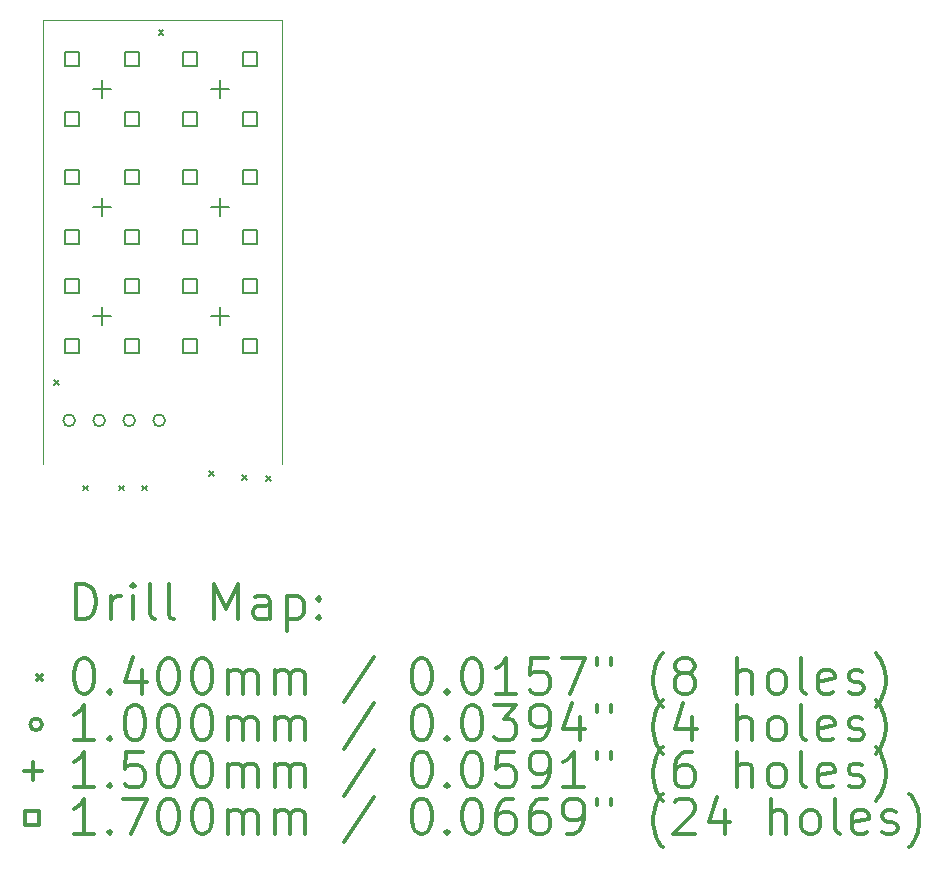
<source format=gbr>
%FSLAX45Y45*%
G04 Gerber Fmt 4.5, Leading zero omitted, Abs format (unit mm)*
G04 Created by KiCad (PCBNEW 5.1.10) date 2021-09-17 19:19:27*
%MOMM*%
%LPD*%
G01*
G04 APERTURE LIST*
%TA.AperFunction,Profile*%
%ADD10C,0.050000*%
%TD*%
%ADD11C,0.200000*%
%ADD12C,0.300000*%
G04 APERTURE END LIST*
D10*
X16078000Y-7045000D02*
X16078000Y-7061000D01*
X14089000Y-7045000D02*
X16078000Y-7045000D01*
X14048000Y-7045000D02*
X14089000Y-7045000D01*
X14048000Y-7061000D02*
X14048000Y-7045000D01*
X16078000Y-7062000D02*
X16078000Y-7061000D01*
X16078000Y-10804000D02*
X16078000Y-7062000D01*
X14048000Y-10783000D02*
X14048000Y-7061000D01*
X14048000Y-10804000D02*
X14048000Y-10783000D01*
D11*
X14145000Y-10090000D02*
X14185000Y-10130000D01*
X14185000Y-10090000D02*
X14145000Y-10130000D01*
X14393000Y-10983000D02*
X14433000Y-11023000D01*
X14433000Y-10983000D02*
X14393000Y-11023000D01*
X14694000Y-10984000D02*
X14734000Y-11024000D01*
X14734000Y-10984000D02*
X14694000Y-11024000D01*
X14893000Y-10983000D02*
X14933000Y-11023000D01*
X14933000Y-10983000D02*
X14893000Y-11023000D01*
X15031000Y-7129000D02*
X15071000Y-7169000D01*
X15071000Y-7129000D02*
X15031000Y-7169000D01*
X15458000Y-10859000D02*
X15498000Y-10899000D01*
X15498000Y-10859000D02*
X15458000Y-10899000D01*
X15735000Y-10895000D02*
X15775000Y-10935000D01*
X15775000Y-10895000D02*
X15735000Y-10935000D01*
X15942000Y-10901000D02*
X15982000Y-10941000D01*
X15982000Y-10901000D02*
X15942000Y-10941000D01*
X14323000Y-10430000D02*
G75*
G03*
X14323000Y-10430000I-50000J0D01*
G01*
X14577000Y-10430000D02*
G75*
G03*
X14577000Y-10430000I-50000J0D01*
G01*
X14831000Y-10430000D02*
G75*
G03*
X14831000Y-10430000I-50000J0D01*
G01*
X15085000Y-10430000D02*
G75*
G03*
X15085000Y-10430000I-50000J0D01*
G01*
X14551000Y-7550000D02*
X14551000Y-7700000D01*
X14476000Y-7625000D02*
X14626000Y-7625000D01*
X14551000Y-8550000D02*
X14551000Y-8700000D01*
X14476000Y-8625000D02*
X14626000Y-8625000D01*
X14551000Y-9471000D02*
X14551000Y-9621000D01*
X14476000Y-9546000D02*
X14626000Y-9546000D01*
X15551000Y-7550000D02*
X15551000Y-7700000D01*
X15476000Y-7625000D02*
X15626000Y-7625000D01*
X15551000Y-8550000D02*
X15551000Y-8700000D01*
X15476000Y-8625000D02*
X15626000Y-8625000D01*
X15551000Y-9471000D02*
X15551000Y-9621000D01*
X15476000Y-9546000D02*
X15626000Y-9546000D01*
X14357105Y-7431105D02*
X14357105Y-7310895D01*
X14236895Y-7310895D01*
X14236895Y-7431105D01*
X14357105Y-7431105D01*
X14357105Y-7939105D02*
X14357105Y-7818895D01*
X14236895Y-7818895D01*
X14236895Y-7939105D01*
X14357105Y-7939105D01*
X14357105Y-8431105D02*
X14357105Y-8310895D01*
X14236895Y-8310895D01*
X14236895Y-8431105D01*
X14357105Y-8431105D01*
X14357105Y-8939105D02*
X14357105Y-8818895D01*
X14236895Y-8818895D01*
X14236895Y-8939105D01*
X14357105Y-8939105D01*
X14357105Y-9352105D02*
X14357105Y-9231895D01*
X14236895Y-9231895D01*
X14236895Y-9352105D01*
X14357105Y-9352105D01*
X14357105Y-9860105D02*
X14357105Y-9739895D01*
X14236895Y-9739895D01*
X14236895Y-9860105D01*
X14357105Y-9860105D01*
X14865105Y-7431105D02*
X14865105Y-7310895D01*
X14744895Y-7310895D01*
X14744895Y-7431105D01*
X14865105Y-7431105D01*
X14865105Y-7939105D02*
X14865105Y-7818895D01*
X14744895Y-7818895D01*
X14744895Y-7939105D01*
X14865105Y-7939105D01*
X14865105Y-8431105D02*
X14865105Y-8310895D01*
X14744895Y-8310895D01*
X14744895Y-8431105D01*
X14865105Y-8431105D01*
X14865105Y-8939105D02*
X14865105Y-8818895D01*
X14744895Y-8818895D01*
X14744895Y-8939105D01*
X14865105Y-8939105D01*
X14865105Y-9352105D02*
X14865105Y-9231895D01*
X14744895Y-9231895D01*
X14744895Y-9352105D01*
X14865105Y-9352105D01*
X14865105Y-9860105D02*
X14865105Y-9739895D01*
X14744895Y-9739895D01*
X14744895Y-9860105D01*
X14865105Y-9860105D01*
X15357105Y-7431105D02*
X15357105Y-7310895D01*
X15236895Y-7310895D01*
X15236895Y-7431105D01*
X15357105Y-7431105D01*
X15357105Y-7939105D02*
X15357105Y-7818895D01*
X15236895Y-7818895D01*
X15236895Y-7939105D01*
X15357105Y-7939105D01*
X15357105Y-8431105D02*
X15357105Y-8310895D01*
X15236895Y-8310895D01*
X15236895Y-8431105D01*
X15357105Y-8431105D01*
X15357105Y-8939105D02*
X15357105Y-8818895D01*
X15236895Y-8818895D01*
X15236895Y-8939105D01*
X15357105Y-8939105D01*
X15357105Y-9352105D02*
X15357105Y-9231895D01*
X15236895Y-9231895D01*
X15236895Y-9352105D01*
X15357105Y-9352105D01*
X15357105Y-9860105D02*
X15357105Y-9739895D01*
X15236895Y-9739895D01*
X15236895Y-9860105D01*
X15357105Y-9860105D01*
X15865105Y-7431105D02*
X15865105Y-7310895D01*
X15744895Y-7310895D01*
X15744895Y-7431105D01*
X15865105Y-7431105D01*
X15865105Y-7939105D02*
X15865105Y-7818895D01*
X15744895Y-7818895D01*
X15744895Y-7939105D01*
X15865105Y-7939105D01*
X15865105Y-8431105D02*
X15865105Y-8310895D01*
X15744895Y-8310895D01*
X15744895Y-8431105D01*
X15865105Y-8431105D01*
X15865105Y-8939105D02*
X15865105Y-8818895D01*
X15744895Y-8818895D01*
X15744895Y-8939105D01*
X15865105Y-8939105D01*
X15865105Y-9352105D02*
X15865105Y-9231895D01*
X15744895Y-9231895D01*
X15744895Y-9352105D01*
X15865105Y-9352105D01*
X15865105Y-9860105D02*
X15865105Y-9739895D01*
X15744895Y-9739895D01*
X15744895Y-9860105D01*
X15865105Y-9860105D01*
D12*
X14329428Y-12114714D02*
X14329428Y-11814714D01*
X14400857Y-11814714D01*
X14443714Y-11829000D01*
X14472286Y-11857571D01*
X14486571Y-11886143D01*
X14500857Y-11943286D01*
X14500857Y-11986143D01*
X14486571Y-12043286D01*
X14472286Y-12071857D01*
X14443714Y-12100429D01*
X14400857Y-12114714D01*
X14329428Y-12114714D01*
X14629428Y-12114714D02*
X14629428Y-11914714D01*
X14629428Y-11971857D02*
X14643714Y-11943286D01*
X14658000Y-11929000D01*
X14686571Y-11914714D01*
X14715143Y-11914714D01*
X14815143Y-12114714D02*
X14815143Y-11914714D01*
X14815143Y-11814714D02*
X14800857Y-11829000D01*
X14815143Y-11843286D01*
X14829428Y-11829000D01*
X14815143Y-11814714D01*
X14815143Y-11843286D01*
X15000857Y-12114714D02*
X14972286Y-12100429D01*
X14958000Y-12071857D01*
X14958000Y-11814714D01*
X15158000Y-12114714D02*
X15129428Y-12100429D01*
X15115143Y-12071857D01*
X15115143Y-11814714D01*
X15500857Y-12114714D02*
X15500857Y-11814714D01*
X15600857Y-12029000D01*
X15700857Y-11814714D01*
X15700857Y-12114714D01*
X15972286Y-12114714D02*
X15972286Y-11957571D01*
X15958000Y-11929000D01*
X15929428Y-11914714D01*
X15872286Y-11914714D01*
X15843714Y-11929000D01*
X15972286Y-12100429D02*
X15943714Y-12114714D01*
X15872286Y-12114714D01*
X15843714Y-12100429D01*
X15829428Y-12071857D01*
X15829428Y-12043286D01*
X15843714Y-12014714D01*
X15872286Y-12000429D01*
X15943714Y-12000429D01*
X15972286Y-11986143D01*
X16115143Y-11914714D02*
X16115143Y-12214714D01*
X16115143Y-11929000D02*
X16143714Y-11914714D01*
X16200857Y-11914714D01*
X16229428Y-11929000D01*
X16243714Y-11943286D01*
X16258000Y-11971857D01*
X16258000Y-12057571D01*
X16243714Y-12086143D01*
X16229428Y-12100429D01*
X16200857Y-12114714D01*
X16143714Y-12114714D01*
X16115143Y-12100429D01*
X16386571Y-12086143D02*
X16400857Y-12100429D01*
X16386571Y-12114714D01*
X16372286Y-12100429D01*
X16386571Y-12086143D01*
X16386571Y-12114714D01*
X16386571Y-11929000D02*
X16400857Y-11943286D01*
X16386571Y-11957571D01*
X16372286Y-11943286D01*
X16386571Y-11929000D01*
X16386571Y-11957571D01*
X14003000Y-12589000D02*
X14043000Y-12629000D01*
X14043000Y-12589000D02*
X14003000Y-12629000D01*
X14386571Y-12444714D02*
X14415143Y-12444714D01*
X14443714Y-12459000D01*
X14458000Y-12473286D01*
X14472286Y-12501857D01*
X14486571Y-12559000D01*
X14486571Y-12630429D01*
X14472286Y-12687571D01*
X14458000Y-12716143D01*
X14443714Y-12730429D01*
X14415143Y-12744714D01*
X14386571Y-12744714D01*
X14358000Y-12730429D01*
X14343714Y-12716143D01*
X14329428Y-12687571D01*
X14315143Y-12630429D01*
X14315143Y-12559000D01*
X14329428Y-12501857D01*
X14343714Y-12473286D01*
X14358000Y-12459000D01*
X14386571Y-12444714D01*
X14615143Y-12716143D02*
X14629428Y-12730429D01*
X14615143Y-12744714D01*
X14600857Y-12730429D01*
X14615143Y-12716143D01*
X14615143Y-12744714D01*
X14886571Y-12544714D02*
X14886571Y-12744714D01*
X14815143Y-12430429D02*
X14743714Y-12644714D01*
X14929428Y-12644714D01*
X15100857Y-12444714D02*
X15129428Y-12444714D01*
X15158000Y-12459000D01*
X15172286Y-12473286D01*
X15186571Y-12501857D01*
X15200857Y-12559000D01*
X15200857Y-12630429D01*
X15186571Y-12687571D01*
X15172286Y-12716143D01*
X15158000Y-12730429D01*
X15129428Y-12744714D01*
X15100857Y-12744714D01*
X15072286Y-12730429D01*
X15058000Y-12716143D01*
X15043714Y-12687571D01*
X15029428Y-12630429D01*
X15029428Y-12559000D01*
X15043714Y-12501857D01*
X15058000Y-12473286D01*
X15072286Y-12459000D01*
X15100857Y-12444714D01*
X15386571Y-12444714D02*
X15415143Y-12444714D01*
X15443714Y-12459000D01*
X15458000Y-12473286D01*
X15472286Y-12501857D01*
X15486571Y-12559000D01*
X15486571Y-12630429D01*
X15472286Y-12687571D01*
X15458000Y-12716143D01*
X15443714Y-12730429D01*
X15415143Y-12744714D01*
X15386571Y-12744714D01*
X15358000Y-12730429D01*
X15343714Y-12716143D01*
X15329428Y-12687571D01*
X15315143Y-12630429D01*
X15315143Y-12559000D01*
X15329428Y-12501857D01*
X15343714Y-12473286D01*
X15358000Y-12459000D01*
X15386571Y-12444714D01*
X15615143Y-12744714D02*
X15615143Y-12544714D01*
X15615143Y-12573286D02*
X15629428Y-12559000D01*
X15658000Y-12544714D01*
X15700857Y-12544714D01*
X15729428Y-12559000D01*
X15743714Y-12587571D01*
X15743714Y-12744714D01*
X15743714Y-12587571D02*
X15758000Y-12559000D01*
X15786571Y-12544714D01*
X15829428Y-12544714D01*
X15858000Y-12559000D01*
X15872286Y-12587571D01*
X15872286Y-12744714D01*
X16015143Y-12744714D02*
X16015143Y-12544714D01*
X16015143Y-12573286D02*
X16029428Y-12559000D01*
X16058000Y-12544714D01*
X16100857Y-12544714D01*
X16129428Y-12559000D01*
X16143714Y-12587571D01*
X16143714Y-12744714D01*
X16143714Y-12587571D02*
X16158000Y-12559000D01*
X16186571Y-12544714D01*
X16229428Y-12544714D01*
X16258000Y-12559000D01*
X16272286Y-12587571D01*
X16272286Y-12744714D01*
X16858000Y-12430429D02*
X16600857Y-12816143D01*
X17243714Y-12444714D02*
X17272286Y-12444714D01*
X17300857Y-12459000D01*
X17315143Y-12473286D01*
X17329428Y-12501857D01*
X17343714Y-12559000D01*
X17343714Y-12630429D01*
X17329428Y-12687571D01*
X17315143Y-12716143D01*
X17300857Y-12730429D01*
X17272286Y-12744714D01*
X17243714Y-12744714D01*
X17215143Y-12730429D01*
X17200857Y-12716143D01*
X17186571Y-12687571D01*
X17172286Y-12630429D01*
X17172286Y-12559000D01*
X17186571Y-12501857D01*
X17200857Y-12473286D01*
X17215143Y-12459000D01*
X17243714Y-12444714D01*
X17472286Y-12716143D02*
X17486571Y-12730429D01*
X17472286Y-12744714D01*
X17458000Y-12730429D01*
X17472286Y-12716143D01*
X17472286Y-12744714D01*
X17672286Y-12444714D02*
X17700857Y-12444714D01*
X17729428Y-12459000D01*
X17743714Y-12473286D01*
X17758000Y-12501857D01*
X17772286Y-12559000D01*
X17772286Y-12630429D01*
X17758000Y-12687571D01*
X17743714Y-12716143D01*
X17729428Y-12730429D01*
X17700857Y-12744714D01*
X17672286Y-12744714D01*
X17643714Y-12730429D01*
X17629428Y-12716143D01*
X17615143Y-12687571D01*
X17600857Y-12630429D01*
X17600857Y-12559000D01*
X17615143Y-12501857D01*
X17629428Y-12473286D01*
X17643714Y-12459000D01*
X17672286Y-12444714D01*
X18058000Y-12744714D02*
X17886571Y-12744714D01*
X17972286Y-12744714D02*
X17972286Y-12444714D01*
X17943714Y-12487571D01*
X17915143Y-12516143D01*
X17886571Y-12530429D01*
X18329428Y-12444714D02*
X18186571Y-12444714D01*
X18172286Y-12587571D01*
X18186571Y-12573286D01*
X18215143Y-12559000D01*
X18286571Y-12559000D01*
X18315143Y-12573286D01*
X18329428Y-12587571D01*
X18343714Y-12616143D01*
X18343714Y-12687571D01*
X18329428Y-12716143D01*
X18315143Y-12730429D01*
X18286571Y-12744714D01*
X18215143Y-12744714D01*
X18186571Y-12730429D01*
X18172286Y-12716143D01*
X18443714Y-12444714D02*
X18643714Y-12444714D01*
X18515143Y-12744714D01*
X18743714Y-12444714D02*
X18743714Y-12501857D01*
X18858000Y-12444714D02*
X18858000Y-12501857D01*
X19300857Y-12859000D02*
X19286571Y-12844714D01*
X19258000Y-12801857D01*
X19243714Y-12773286D01*
X19229428Y-12730429D01*
X19215143Y-12659000D01*
X19215143Y-12601857D01*
X19229428Y-12530429D01*
X19243714Y-12487571D01*
X19258000Y-12459000D01*
X19286571Y-12416143D01*
X19300857Y-12401857D01*
X19458000Y-12573286D02*
X19429428Y-12559000D01*
X19415143Y-12544714D01*
X19400857Y-12516143D01*
X19400857Y-12501857D01*
X19415143Y-12473286D01*
X19429428Y-12459000D01*
X19458000Y-12444714D01*
X19515143Y-12444714D01*
X19543714Y-12459000D01*
X19558000Y-12473286D01*
X19572286Y-12501857D01*
X19572286Y-12516143D01*
X19558000Y-12544714D01*
X19543714Y-12559000D01*
X19515143Y-12573286D01*
X19458000Y-12573286D01*
X19429428Y-12587571D01*
X19415143Y-12601857D01*
X19400857Y-12630429D01*
X19400857Y-12687571D01*
X19415143Y-12716143D01*
X19429428Y-12730429D01*
X19458000Y-12744714D01*
X19515143Y-12744714D01*
X19543714Y-12730429D01*
X19558000Y-12716143D01*
X19572286Y-12687571D01*
X19572286Y-12630429D01*
X19558000Y-12601857D01*
X19543714Y-12587571D01*
X19515143Y-12573286D01*
X19929428Y-12744714D02*
X19929428Y-12444714D01*
X20058000Y-12744714D02*
X20058000Y-12587571D01*
X20043714Y-12559000D01*
X20015143Y-12544714D01*
X19972286Y-12544714D01*
X19943714Y-12559000D01*
X19929428Y-12573286D01*
X20243714Y-12744714D02*
X20215143Y-12730429D01*
X20200857Y-12716143D01*
X20186571Y-12687571D01*
X20186571Y-12601857D01*
X20200857Y-12573286D01*
X20215143Y-12559000D01*
X20243714Y-12544714D01*
X20286571Y-12544714D01*
X20315143Y-12559000D01*
X20329428Y-12573286D01*
X20343714Y-12601857D01*
X20343714Y-12687571D01*
X20329428Y-12716143D01*
X20315143Y-12730429D01*
X20286571Y-12744714D01*
X20243714Y-12744714D01*
X20515143Y-12744714D02*
X20486571Y-12730429D01*
X20472286Y-12701857D01*
X20472286Y-12444714D01*
X20743714Y-12730429D02*
X20715143Y-12744714D01*
X20658000Y-12744714D01*
X20629428Y-12730429D01*
X20615143Y-12701857D01*
X20615143Y-12587571D01*
X20629428Y-12559000D01*
X20658000Y-12544714D01*
X20715143Y-12544714D01*
X20743714Y-12559000D01*
X20758000Y-12587571D01*
X20758000Y-12616143D01*
X20615143Y-12644714D01*
X20872286Y-12730429D02*
X20900857Y-12744714D01*
X20958000Y-12744714D01*
X20986571Y-12730429D01*
X21000857Y-12701857D01*
X21000857Y-12687571D01*
X20986571Y-12659000D01*
X20958000Y-12644714D01*
X20915143Y-12644714D01*
X20886571Y-12630429D01*
X20872286Y-12601857D01*
X20872286Y-12587571D01*
X20886571Y-12559000D01*
X20915143Y-12544714D01*
X20958000Y-12544714D01*
X20986571Y-12559000D01*
X21100857Y-12859000D02*
X21115143Y-12844714D01*
X21143714Y-12801857D01*
X21158000Y-12773286D01*
X21172286Y-12730429D01*
X21186571Y-12659000D01*
X21186571Y-12601857D01*
X21172286Y-12530429D01*
X21158000Y-12487571D01*
X21143714Y-12459000D01*
X21115143Y-12416143D01*
X21100857Y-12401857D01*
X14043000Y-13005000D02*
G75*
G03*
X14043000Y-13005000I-50000J0D01*
G01*
X14486571Y-13140714D02*
X14315143Y-13140714D01*
X14400857Y-13140714D02*
X14400857Y-12840714D01*
X14372286Y-12883571D01*
X14343714Y-12912143D01*
X14315143Y-12926429D01*
X14615143Y-13112143D02*
X14629428Y-13126429D01*
X14615143Y-13140714D01*
X14600857Y-13126429D01*
X14615143Y-13112143D01*
X14615143Y-13140714D01*
X14815143Y-12840714D02*
X14843714Y-12840714D01*
X14872286Y-12855000D01*
X14886571Y-12869286D01*
X14900857Y-12897857D01*
X14915143Y-12955000D01*
X14915143Y-13026429D01*
X14900857Y-13083571D01*
X14886571Y-13112143D01*
X14872286Y-13126429D01*
X14843714Y-13140714D01*
X14815143Y-13140714D01*
X14786571Y-13126429D01*
X14772286Y-13112143D01*
X14758000Y-13083571D01*
X14743714Y-13026429D01*
X14743714Y-12955000D01*
X14758000Y-12897857D01*
X14772286Y-12869286D01*
X14786571Y-12855000D01*
X14815143Y-12840714D01*
X15100857Y-12840714D02*
X15129428Y-12840714D01*
X15158000Y-12855000D01*
X15172286Y-12869286D01*
X15186571Y-12897857D01*
X15200857Y-12955000D01*
X15200857Y-13026429D01*
X15186571Y-13083571D01*
X15172286Y-13112143D01*
X15158000Y-13126429D01*
X15129428Y-13140714D01*
X15100857Y-13140714D01*
X15072286Y-13126429D01*
X15058000Y-13112143D01*
X15043714Y-13083571D01*
X15029428Y-13026429D01*
X15029428Y-12955000D01*
X15043714Y-12897857D01*
X15058000Y-12869286D01*
X15072286Y-12855000D01*
X15100857Y-12840714D01*
X15386571Y-12840714D02*
X15415143Y-12840714D01*
X15443714Y-12855000D01*
X15458000Y-12869286D01*
X15472286Y-12897857D01*
X15486571Y-12955000D01*
X15486571Y-13026429D01*
X15472286Y-13083571D01*
X15458000Y-13112143D01*
X15443714Y-13126429D01*
X15415143Y-13140714D01*
X15386571Y-13140714D01*
X15358000Y-13126429D01*
X15343714Y-13112143D01*
X15329428Y-13083571D01*
X15315143Y-13026429D01*
X15315143Y-12955000D01*
X15329428Y-12897857D01*
X15343714Y-12869286D01*
X15358000Y-12855000D01*
X15386571Y-12840714D01*
X15615143Y-13140714D02*
X15615143Y-12940714D01*
X15615143Y-12969286D02*
X15629428Y-12955000D01*
X15658000Y-12940714D01*
X15700857Y-12940714D01*
X15729428Y-12955000D01*
X15743714Y-12983571D01*
X15743714Y-13140714D01*
X15743714Y-12983571D02*
X15758000Y-12955000D01*
X15786571Y-12940714D01*
X15829428Y-12940714D01*
X15858000Y-12955000D01*
X15872286Y-12983571D01*
X15872286Y-13140714D01*
X16015143Y-13140714D02*
X16015143Y-12940714D01*
X16015143Y-12969286D02*
X16029428Y-12955000D01*
X16058000Y-12940714D01*
X16100857Y-12940714D01*
X16129428Y-12955000D01*
X16143714Y-12983571D01*
X16143714Y-13140714D01*
X16143714Y-12983571D02*
X16158000Y-12955000D01*
X16186571Y-12940714D01*
X16229428Y-12940714D01*
X16258000Y-12955000D01*
X16272286Y-12983571D01*
X16272286Y-13140714D01*
X16858000Y-12826429D02*
X16600857Y-13212143D01*
X17243714Y-12840714D02*
X17272286Y-12840714D01*
X17300857Y-12855000D01*
X17315143Y-12869286D01*
X17329428Y-12897857D01*
X17343714Y-12955000D01*
X17343714Y-13026429D01*
X17329428Y-13083571D01*
X17315143Y-13112143D01*
X17300857Y-13126429D01*
X17272286Y-13140714D01*
X17243714Y-13140714D01*
X17215143Y-13126429D01*
X17200857Y-13112143D01*
X17186571Y-13083571D01*
X17172286Y-13026429D01*
X17172286Y-12955000D01*
X17186571Y-12897857D01*
X17200857Y-12869286D01*
X17215143Y-12855000D01*
X17243714Y-12840714D01*
X17472286Y-13112143D02*
X17486571Y-13126429D01*
X17472286Y-13140714D01*
X17458000Y-13126429D01*
X17472286Y-13112143D01*
X17472286Y-13140714D01*
X17672286Y-12840714D02*
X17700857Y-12840714D01*
X17729428Y-12855000D01*
X17743714Y-12869286D01*
X17758000Y-12897857D01*
X17772286Y-12955000D01*
X17772286Y-13026429D01*
X17758000Y-13083571D01*
X17743714Y-13112143D01*
X17729428Y-13126429D01*
X17700857Y-13140714D01*
X17672286Y-13140714D01*
X17643714Y-13126429D01*
X17629428Y-13112143D01*
X17615143Y-13083571D01*
X17600857Y-13026429D01*
X17600857Y-12955000D01*
X17615143Y-12897857D01*
X17629428Y-12869286D01*
X17643714Y-12855000D01*
X17672286Y-12840714D01*
X17872286Y-12840714D02*
X18058000Y-12840714D01*
X17958000Y-12955000D01*
X18000857Y-12955000D01*
X18029428Y-12969286D01*
X18043714Y-12983571D01*
X18058000Y-13012143D01*
X18058000Y-13083571D01*
X18043714Y-13112143D01*
X18029428Y-13126429D01*
X18000857Y-13140714D01*
X17915143Y-13140714D01*
X17886571Y-13126429D01*
X17872286Y-13112143D01*
X18200857Y-13140714D02*
X18258000Y-13140714D01*
X18286571Y-13126429D01*
X18300857Y-13112143D01*
X18329428Y-13069286D01*
X18343714Y-13012143D01*
X18343714Y-12897857D01*
X18329428Y-12869286D01*
X18315143Y-12855000D01*
X18286571Y-12840714D01*
X18229428Y-12840714D01*
X18200857Y-12855000D01*
X18186571Y-12869286D01*
X18172286Y-12897857D01*
X18172286Y-12969286D01*
X18186571Y-12997857D01*
X18200857Y-13012143D01*
X18229428Y-13026429D01*
X18286571Y-13026429D01*
X18315143Y-13012143D01*
X18329428Y-12997857D01*
X18343714Y-12969286D01*
X18600857Y-12940714D02*
X18600857Y-13140714D01*
X18529428Y-12826429D02*
X18458000Y-13040714D01*
X18643714Y-13040714D01*
X18743714Y-12840714D02*
X18743714Y-12897857D01*
X18858000Y-12840714D02*
X18858000Y-12897857D01*
X19300857Y-13255000D02*
X19286571Y-13240714D01*
X19258000Y-13197857D01*
X19243714Y-13169286D01*
X19229428Y-13126429D01*
X19215143Y-13055000D01*
X19215143Y-12997857D01*
X19229428Y-12926429D01*
X19243714Y-12883571D01*
X19258000Y-12855000D01*
X19286571Y-12812143D01*
X19300857Y-12797857D01*
X19543714Y-12940714D02*
X19543714Y-13140714D01*
X19472286Y-12826429D02*
X19400857Y-13040714D01*
X19586571Y-13040714D01*
X19929428Y-13140714D02*
X19929428Y-12840714D01*
X20058000Y-13140714D02*
X20058000Y-12983571D01*
X20043714Y-12955000D01*
X20015143Y-12940714D01*
X19972286Y-12940714D01*
X19943714Y-12955000D01*
X19929428Y-12969286D01*
X20243714Y-13140714D02*
X20215143Y-13126429D01*
X20200857Y-13112143D01*
X20186571Y-13083571D01*
X20186571Y-12997857D01*
X20200857Y-12969286D01*
X20215143Y-12955000D01*
X20243714Y-12940714D01*
X20286571Y-12940714D01*
X20315143Y-12955000D01*
X20329428Y-12969286D01*
X20343714Y-12997857D01*
X20343714Y-13083571D01*
X20329428Y-13112143D01*
X20315143Y-13126429D01*
X20286571Y-13140714D01*
X20243714Y-13140714D01*
X20515143Y-13140714D02*
X20486571Y-13126429D01*
X20472286Y-13097857D01*
X20472286Y-12840714D01*
X20743714Y-13126429D02*
X20715143Y-13140714D01*
X20658000Y-13140714D01*
X20629428Y-13126429D01*
X20615143Y-13097857D01*
X20615143Y-12983571D01*
X20629428Y-12955000D01*
X20658000Y-12940714D01*
X20715143Y-12940714D01*
X20743714Y-12955000D01*
X20758000Y-12983571D01*
X20758000Y-13012143D01*
X20615143Y-13040714D01*
X20872286Y-13126429D02*
X20900857Y-13140714D01*
X20958000Y-13140714D01*
X20986571Y-13126429D01*
X21000857Y-13097857D01*
X21000857Y-13083571D01*
X20986571Y-13055000D01*
X20958000Y-13040714D01*
X20915143Y-13040714D01*
X20886571Y-13026429D01*
X20872286Y-12997857D01*
X20872286Y-12983571D01*
X20886571Y-12955000D01*
X20915143Y-12940714D01*
X20958000Y-12940714D01*
X20986571Y-12955000D01*
X21100857Y-13255000D02*
X21115143Y-13240714D01*
X21143714Y-13197857D01*
X21158000Y-13169286D01*
X21172286Y-13126429D01*
X21186571Y-13055000D01*
X21186571Y-12997857D01*
X21172286Y-12926429D01*
X21158000Y-12883571D01*
X21143714Y-12855000D01*
X21115143Y-12812143D01*
X21100857Y-12797857D01*
X13968000Y-13326000D02*
X13968000Y-13476000D01*
X13893000Y-13401000D02*
X14043000Y-13401000D01*
X14486571Y-13536714D02*
X14315143Y-13536714D01*
X14400857Y-13536714D02*
X14400857Y-13236714D01*
X14372286Y-13279571D01*
X14343714Y-13308143D01*
X14315143Y-13322429D01*
X14615143Y-13508143D02*
X14629428Y-13522429D01*
X14615143Y-13536714D01*
X14600857Y-13522429D01*
X14615143Y-13508143D01*
X14615143Y-13536714D01*
X14900857Y-13236714D02*
X14758000Y-13236714D01*
X14743714Y-13379571D01*
X14758000Y-13365286D01*
X14786571Y-13351000D01*
X14858000Y-13351000D01*
X14886571Y-13365286D01*
X14900857Y-13379571D01*
X14915143Y-13408143D01*
X14915143Y-13479571D01*
X14900857Y-13508143D01*
X14886571Y-13522429D01*
X14858000Y-13536714D01*
X14786571Y-13536714D01*
X14758000Y-13522429D01*
X14743714Y-13508143D01*
X15100857Y-13236714D02*
X15129428Y-13236714D01*
X15158000Y-13251000D01*
X15172286Y-13265286D01*
X15186571Y-13293857D01*
X15200857Y-13351000D01*
X15200857Y-13422429D01*
X15186571Y-13479571D01*
X15172286Y-13508143D01*
X15158000Y-13522429D01*
X15129428Y-13536714D01*
X15100857Y-13536714D01*
X15072286Y-13522429D01*
X15058000Y-13508143D01*
X15043714Y-13479571D01*
X15029428Y-13422429D01*
X15029428Y-13351000D01*
X15043714Y-13293857D01*
X15058000Y-13265286D01*
X15072286Y-13251000D01*
X15100857Y-13236714D01*
X15386571Y-13236714D02*
X15415143Y-13236714D01*
X15443714Y-13251000D01*
X15458000Y-13265286D01*
X15472286Y-13293857D01*
X15486571Y-13351000D01*
X15486571Y-13422429D01*
X15472286Y-13479571D01*
X15458000Y-13508143D01*
X15443714Y-13522429D01*
X15415143Y-13536714D01*
X15386571Y-13536714D01*
X15358000Y-13522429D01*
X15343714Y-13508143D01*
X15329428Y-13479571D01*
X15315143Y-13422429D01*
X15315143Y-13351000D01*
X15329428Y-13293857D01*
X15343714Y-13265286D01*
X15358000Y-13251000D01*
X15386571Y-13236714D01*
X15615143Y-13536714D02*
X15615143Y-13336714D01*
X15615143Y-13365286D02*
X15629428Y-13351000D01*
X15658000Y-13336714D01*
X15700857Y-13336714D01*
X15729428Y-13351000D01*
X15743714Y-13379571D01*
X15743714Y-13536714D01*
X15743714Y-13379571D02*
X15758000Y-13351000D01*
X15786571Y-13336714D01*
X15829428Y-13336714D01*
X15858000Y-13351000D01*
X15872286Y-13379571D01*
X15872286Y-13536714D01*
X16015143Y-13536714D02*
X16015143Y-13336714D01*
X16015143Y-13365286D02*
X16029428Y-13351000D01*
X16058000Y-13336714D01*
X16100857Y-13336714D01*
X16129428Y-13351000D01*
X16143714Y-13379571D01*
X16143714Y-13536714D01*
X16143714Y-13379571D02*
X16158000Y-13351000D01*
X16186571Y-13336714D01*
X16229428Y-13336714D01*
X16258000Y-13351000D01*
X16272286Y-13379571D01*
X16272286Y-13536714D01*
X16858000Y-13222429D02*
X16600857Y-13608143D01*
X17243714Y-13236714D02*
X17272286Y-13236714D01*
X17300857Y-13251000D01*
X17315143Y-13265286D01*
X17329428Y-13293857D01*
X17343714Y-13351000D01*
X17343714Y-13422429D01*
X17329428Y-13479571D01*
X17315143Y-13508143D01*
X17300857Y-13522429D01*
X17272286Y-13536714D01*
X17243714Y-13536714D01*
X17215143Y-13522429D01*
X17200857Y-13508143D01*
X17186571Y-13479571D01*
X17172286Y-13422429D01*
X17172286Y-13351000D01*
X17186571Y-13293857D01*
X17200857Y-13265286D01*
X17215143Y-13251000D01*
X17243714Y-13236714D01*
X17472286Y-13508143D02*
X17486571Y-13522429D01*
X17472286Y-13536714D01*
X17458000Y-13522429D01*
X17472286Y-13508143D01*
X17472286Y-13536714D01*
X17672286Y-13236714D02*
X17700857Y-13236714D01*
X17729428Y-13251000D01*
X17743714Y-13265286D01*
X17758000Y-13293857D01*
X17772286Y-13351000D01*
X17772286Y-13422429D01*
X17758000Y-13479571D01*
X17743714Y-13508143D01*
X17729428Y-13522429D01*
X17700857Y-13536714D01*
X17672286Y-13536714D01*
X17643714Y-13522429D01*
X17629428Y-13508143D01*
X17615143Y-13479571D01*
X17600857Y-13422429D01*
X17600857Y-13351000D01*
X17615143Y-13293857D01*
X17629428Y-13265286D01*
X17643714Y-13251000D01*
X17672286Y-13236714D01*
X18043714Y-13236714D02*
X17900857Y-13236714D01*
X17886571Y-13379571D01*
X17900857Y-13365286D01*
X17929428Y-13351000D01*
X18000857Y-13351000D01*
X18029428Y-13365286D01*
X18043714Y-13379571D01*
X18058000Y-13408143D01*
X18058000Y-13479571D01*
X18043714Y-13508143D01*
X18029428Y-13522429D01*
X18000857Y-13536714D01*
X17929428Y-13536714D01*
X17900857Y-13522429D01*
X17886571Y-13508143D01*
X18200857Y-13536714D02*
X18258000Y-13536714D01*
X18286571Y-13522429D01*
X18300857Y-13508143D01*
X18329428Y-13465286D01*
X18343714Y-13408143D01*
X18343714Y-13293857D01*
X18329428Y-13265286D01*
X18315143Y-13251000D01*
X18286571Y-13236714D01*
X18229428Y-13236714D01*
X18200857Y-13251000D01*
X18186571Y-13265286D01*
X18172286Y-13293857D01*
X18172286Y-13365286D01*
X18186571Y-13393857D01*
X18200857Y-13408143D01*
X18229428Y-13422429D01*
X18286571Y-13422429D01*
X18315143Y-13408143D01*
X18329428Y-13393857D01*
X18343714Y-13365286D01*
X18629428Y-13536714D02*
X18458000Y-13536714D01*
X18543714Y-13536714D02*
X18543714Y-13236714D01*
X18515143Y-13279571D01*
X18486571Y-13308143D01*
X18458000Y-13322429D01*
X18743714Y-13236714D02*
X18743714Y-13293857D01*
X18858000Y-13236714D02*
X18858000Y-13293857D01*
X19300857Y-13651000D02*
X19286571Y-13636714D01*
X19258000Y-13593857D01*
X19243714Y-13565286D01*
X19229428Y-13522429D01*
X19215143Y-13451000D01*
X19215143Y-13393857D01*
X19229428Y-13322429D01*
X19243714Y-13279571D01*
X19258000Y-13251000D01*
X19286571Y-13208143D01*
X19300857Y-13193857D01*
X19543714Y-13236714D02*
X19486571Y-13236714D01*
X19458000Y-13251000D01*
X19443714Y-13265286D01*
X19415143Y-13308143D01*
X19400857Y-13365286D01*
X19400857Y-13479571D01*
X19415143Y-13508143D01*
X19429428Y-13522429D01*
X19458000Y-13536714D01*
X19515143Y-13536714D01*
X19543714Y-13522429D01*
X19558000Y-13508143D01*
X19572286Y-13479571D01*
X19572286Y-13408143D01*
X19558000Y-13379571D01*
X19543714Y-13365286D01*
X19515143Y-13351000D01*
X19458000Y-13351000D01*
X19429428Y-13365286D01*
X19415143Y-13379571D01*
X19400857Y-13408143D01*
X19929428Y-13536714D02*
X19929428Y-13236714D01*
X20058000Y-13536714D02*
X20058000Y-13379571D01*
X20043714Y-13351000D01*
X20015143Y-13336714D01*
X19972286Y-13336714D01*
X19943714Y-13351000D01*
X19929428Y-13365286D01*
X20243714Y-13536714D02*
X20215143Y-13522429D01*
X20200857Y-13508143D01*
X20186571Y-13479571D01*
X20186571Y-13393857D01*
X20200857Y-13365286D01*
X20215143Y-13351000D01*
X20243714Y-13336714D01*
X20286571Y-13336714D01*
X20315143Y-13351000D01*
X20329428Y-13365286D01*
X20343714Y-13393857D01*
X20343714Y-13479571D01*
X20329428Y-13508143D01*
X20315143Y-13522429D01*
X20286571Y-13536714D01*
X20243714Y-13536714D01*
X20515143Y-13536714D02*
X20486571Y-13522429D01*
X20472286Y-13493857D01*
X20472286Y-13236714D01*
X20743714Y-13522429D02*
X20715143Y-13536714D01*
X20658000Y-13536714D01*
X20629428Y-13522429D01*
X20615143Y-13493857D01*
X20615143Y-13379571D01*
X20629428Y-13351000D01*
X20658000Y-13336714D01*
X20715143Y-13336714D01*
X20743714Y-13351000D01*
X20758000Y-13379571D01*
X20758000Y-13408143D01*
X20615143Y-13436714D01*
X20872286Y-13522429D02*
X20900857Y-13536714D01*
X20958000Y-13536714D01*
X20986571Y-13522429D01*
X21000857Y-13493857D01*
X21000857Y-13479571D01*
X20986571Y-13451000D01*
X20958000Y-13436714D01*
X20915143Y-13436714D01*
X20886571Y-13422429D01*
X20872286Y-13393857D01*
X20872286Y-13379571D01*
X20886571Y-13351000D01*
X20915143Y-13336714D01*
X20958000Y-13336714D01*
X20986571Y-13351000D01*
X21100857Y-13651000D02*
X21115143Y-13636714D01*
X21143714Y-13593857D01*
X21158000Y-13565286D01*
X21172286Y-13522429D01*
X21186571Y-13451000D01*
X21186571Y-13393857D01*
X21172286Y-13322429D01*
X21158000Y-13279571D01*
X21143714Y-13251000D01*
X21115143Y-13208143D01*
X21100857Y-13193857D01*
X14018105Y-13857105D02*
X14018105Y-13736895D01*
X13897895Y-13736895D01*
X13897895Y-13857105D01*
X14018105Y-13857105D01*
X14486571Y-13932714D02*
X14315143Y-13932714D01*
X14400857Y-13932714D02*
X14400857Y-13632714D01*
X14372286Y-13675571D01*
X14343714Y-13704143D01*
X14315143Y-13718429D01*
X14615143Y-13904143D02*
X14629428Y-13918429D01*
X14615143Y-13932714D01*
X14600857Y-13918429D01*
X14615143Y-13904143D01*
X14615143Y-13932714D01*
X14729428Y-13632714D02*
X14929428Y-13632714D01*
X14800857Y-13932714D01*
X15100857Y-13632714D02*
X15129428Y-13632714D01*
X15158000Y-13647000D01*
X15172286Y-13661286D01*
X15186571Y-13689857D01*
X15200857Y-13747000D01*
X15200857Y-13818429D01*
X15186571Y-13875571D01*
X15172286Y-13904143D01*
X15158000Y-13918429D01*
X15129428Y-13932714D01*
X15100857Y-13932714D01*
X15072286Y-13918429D01*
X15058000Y-13904143D01*
X15043714Y-13875571D01*
X15029428Y-13818429D01*
X15029428Y-13747000D01*
X15043714Y-13689857D01*
X15058000Y-13661286D01*
X15072286Y-13647000D01*
X15100857Y-13632714D01*
X15386571Y-13632714D02*
X15415143Y-13632714D01*
X15443714Y-13647000D01*
X15458000Y-13661286D01*
X15472286Y-13689857D01*
X15486571Y-13747000D01*
X15486571Y-13818429D01*
X15472286Y-13875571D01*
X15458000Y-13904143D01*
X15443714Y-13918429D01*
X15415143Y-13932714D01*
X15386571Y-13932714D01*
X15358000Y-13918429D01*
X15343714Y-13904143D01*
X15329428Y-13875571D01*
X15315143Y-13818429D01*
X15315143Y-13747000D01*
X15329428Y-13689857D01*
X15343714Y-13661286D01*
X15358000Y-13647000D01*
X15386571Y-13632714D01*
X15615143Y-13932714D02*
X15615143Y-13732714D01*
X15615143Y-13761286D02*
X15629428Y-13747000D01*
X15658000Y-13732714D01*
X15700857Y-13732714D01*
X15729428Y-13747000D01*
X15743714Y-13775571D01*
X15743714Y-13932714D01*
X15743714Y-13775571D02*
X15758000Y-13747000D01*
X15786571Y-13732714D01*
X15829428Y-13732714D01*
X15858000Y-13747000D01*
X15872286Y-13775571D01*
X15872286Y-13932714D01*
X16015143Y-13932714D02*
X16015143Y-13732714D01*
X16015143Y-13761286D02*
X16029428Y-13747000D01*
X16058000Y-13732714D01*
X16100857Y-13732714D01*
X16129428Y-13747000D01*
X16143714Y-13775571D01*
X16143714Y-13932714D01*
X16143714Y-13775571D02*
X16158000Y-13747000D01*
X16186571Y-13732714D01*
X16229428Y-13732714D01*
X16258000Y-13747000D01*
X16272286Y-13775571D01*
X16272286Y-13932714D01*
X16858000Y-13618429D02*
X16600857Y-14004143D01*
X17243714Y-13632714D02*
X17272286Y-13632714D01*
X17300857Y-13647000D01*
X17315143Y-13661286D01*
X17329428Y-13689857D01*
X17343714Y-13747000D01*
X17343714Y-13818429D01*
X17329428Y-13875571D01*
X17315143Y-13904143D01*
X17300857Y-13918429D01*
X17272286Y-13932714D01*
X17243714Y-13932714D01*
X17215143Y-13918429D01*
X17200857Y-13904143D01*
X17186571Y-13875571D01*
X17172286Y-13818429D01*
X17172286Y-13747000D01*
X17186571Y-13689857D01*
X17200857Y-13661286D01*
X17215143Y-13647000D01*
X17243714Y-13632714D01*
X17472286Y-13904143D02*
X17486571Y-13918429D01*
X17472286Y-13932714D01*
X17458000Y-13918429D01*
X17472286Y-13904143D01*
X17472286Y-13932714D01*
X17672286Y-13632714D02*
X17700857Y-13632714D01*
X17729428Y-13647000D01*
X17743714Y-13661286D01*
X17758000Y-13689857D01*
X17772286Y-13747000D01*
X17772286Y-13818429D01*
X17758000Y-13875571D01*
X17743714Y-13904143D01*
X17729428Y-13918429D01*
X17700857Y-13932714D01*
X17672286Y-13932714D01*
X17643714Y-13918429D01*
X17629428Y-13904143D01*
X17615143Y-13875571D01*
X17600857Y-13818429D01*
X17600857Y-13747000D01*
X17615143Y-13689857D01*
X17629428Y-13661286D01*
X17643714Y-13647000D01*
X17672286Y-13632714D01*
X18029428Y-13632714D02*
X17972286Y-13632714D01*
X17943714Y-13647000D01*
X17929428Y-13661286D01*
X17900857Y-13704143D01*
X17886571Y-13761286D01*
X17886571Y-13875571D01*
X17900857Y-13904143D01*
X17915143Y-13918429D01*
X17943714Y-13932714D01*
X18000857Y-13932714D01*
X18029428Y-13918429D01*
X18043714Y-13904143D01*
X18058000Y-13875571D01*
X18058000Y-13804143D01*
X18043714Y-13775571D01*
X18029428Y-13761286D01*
X18000857Y-13747000D01*
X17943714Y-13747000D01*
X17915143Y-13761286D01*
X17900857Y-13775571D01*
X17886571Y-13804143D01*
X18315143Y-13632714D02*
X18258000Y-13632714D01*
X18229428Y-13647000D01*
X18215143Y-13661286D01*
X18186571Y-13704143D01*
X18172286Y-13761286D01*
X18172286Y-13875571D01*
X18186571Y-13904143D01*
X18200857Y-13918429D01*
X18229428Y-13932714D01*
X18286571Y-13932714D01*
X18315143Y-13918429D01*
X18329428Y-13904143D01*
X18343714Y-13875571D01*
X18343714Y-13804143D01*
X18329428Y-13775571D01*
X18315143Y-13761286D01*
X18286571Y-13747000D01*
X18229428Y-13747000D01*
X18200857Y-13761286D01*
X18186571Y-13775571D01*
X18172286Y-13804143D01*
X18486571Y-13932714D02*
X18543714Y-13932714D01*
X18572286Y-13918429D01*
X18586571Y-13904143D01*
X18615143Y-13861286D01*
X18629428Y-13804143D01*
X18629428Y-13689857D01*
X18615143Y-13661286D01*
X18600857Y-13647000D01*
X18572286Y-13632714D01*
X18515143Y-13632714D01*
X18486571Y-13647000D01*
X18472286Y-13661286D01*
X18458000Y-13689857D01*
X18458000Y-13761286D01*
X18472286Y-13789857D01*
X18486571Y-13804143D01*
X18515143Y-13818429D01*
X18572286Y-13818429D01*
X18600857Y-13804143D01*
X18615143Y-13789857D01*
X18629428Y-13761286D01*
X18743714Y-13632714D02*
X18743714Y-13689857D01*
X18858000Y-13632714D02*
X18858000Y-13689857D01*
X19300857Y-14047000D02*
X19286571Y-14032714D01*
X19258000Y-13989857D01*
X19243714Y-13961286D01*
X19229428Y-13918429D01*
X19215143Y-13847000D01*
X19215143Y-13789857D01*
X19229428Y-13718429D01*
X19243714Y-13675571D01*
X19258000Y-13647000D01*
X19286571Y-13604143D01*
X19300857Y-13589857D01*
X19400857Y-13661286D02*
X19415143Y-13647000D01*
X19443714Y-13632714D01*
X19515143Y-13632714D01*
X19543714Y-13647000D01*
X19558000Y-13661286D01*
X19572286Y-13689857D01*
X19572286Y-13718429D01*
X19558000Y-13761286D01*
X19386571Y-13932714D01*
X19572286Y-13932714D01*
X19829428Y-13732714D02*
X19829428Y-13932714D01*
X19758000Y-13618429D02*
X19686571Y-13832714D01*
X19872286Y-13832714D01*
X20215143Y-13932714D02*
X20215143Y-13632714D01*
X20343714Y-13932714D02*
X20343714Y-13775571D01*
X20329428Y-13747000D01*
X20300857Y-13732714D01*
X20258000Y-13732714D01*
X20229428Y-13747000D01*
X20215143Y-13761286D01*
X20529428Y-13932714D02*
X20500857Y-13918429D01*
X20486571Y-13904143D01*
X20472286Y-13875571D01*
X20472286Y-13789857D01*
X20486571Y-13761286D01*
X20500857Y-13747000D01*
X20529428Y-13732714D01*
X20572286Y-13732714D01*
X20600857Y-13747000D01*
X20615143Y-13761286D01*
X20629428Y-13789857D01*
X20629428Y-13875571D01*
X20615143Y-13904143D01*
X20600857Y-13918429D01*
X20572286Y-13932714D01*
X20529428Y-13932714D01*
X20800857Y-13932714D02*
X20772286Y-13918429D01*
X20758000Y-13889857D01*
X20758000Y-13632714D01*
X21029428Y-13918429D02*
X21000857Y-13932714D01*
X20943714Y-13932714D01*
X20915143Y-13918429D01*
X20900857Y-13889857D01*
X20900857Y-13775571D01*
X20915143Y-13747000D01*
X20943714Y-13732714D01*
X21000857Y-13732714D01*
X21029428Y-13747000D01*
X21043714Y-13775571D01*
X21043714Y-13804143D01*
X20900857Y-13832714D01*
X21158000Y-13918429D02*
X21186571Y-13932714D01*
X21243714Y-13932714D01*
X21272286Y-13918429D01*
X21286571Y-13889857D01*
X21286571Y-13875571D01*
X21272286Y-13847000D01*
X21243714Y-13832714D01*
X21200857Y-13832714D01*
X21172286Y-13818429D01*
X21158000Y-13789857D01*
X21158000Y-13775571D01*
X21172286Y-13747000D01*
X21200857Y-13732714D01*
X21243714Y-13732714D01*
X21272286Y-13747000D01*
X21386571Y-14047000D02*
X21400857Y-14032714D01*
X21429428Y-13989857D01*
X21443714Y-13961286D01*
X21458000Y-13918429D01*
X21472286Y-13847000D01*
X21472286Y-13789857D01*
X21458000Y-13718429D01*
X21443714Y-13675571D01*
X21429428Y-13647000D01*
X21400857Y-13604143D01*
X21386571Y-13589857D01*
M02*

</source>
